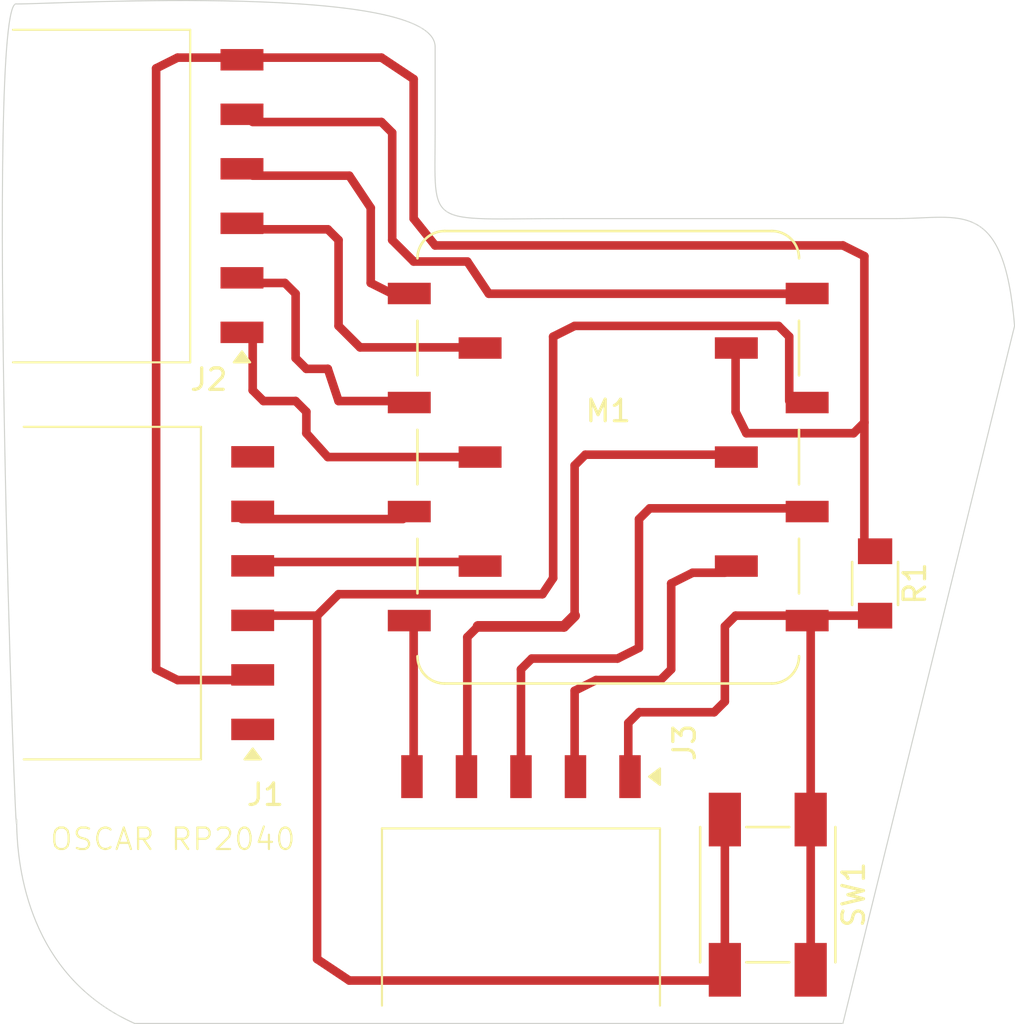
<source format=kicad_pcb>
(kicad_pcb (version 20241229) (generator "pcbnew") (generator_version "9.0")
  (layers (0 "F.Cu" signal) (2 "B.Cu" signal) (13 "F.Paste" user) (15 "B.Paste" user) (5 "F.SilkS" user "F.Silkscreen") (7 "B.SilkS" user "B.Silkscreen") (1 "F.Mask" user) (3 "B.Mask" user) (25 "Edge.Cuts" user))
  (net 0 "")
  (net 1 "PWR_GND")
  (net 2 "Net-(M1-D4)")
  (net 4 "do8")
  (net 5 "+3.3V")
  (net 6 "do9")
  (net 7 "do10")
  (net 8 "do7")
  (net 10 "do6")
  (net 11 "Net-(M1-D5)")
  (net 12 "do2")
  (net 13 "do3")
  (net 14 "do0")
  (net 15 "do1")
  (net 16 "Net-(M1-5V)")
  (footprint "PCM_fab:PinSocket_01x05_P2.54mm_Horizontal_SMD" (layer "F.Cu") (at 137.58 91.5 -90)
    (property "Reference" "J3" (at -0.635 -2.54 90) (layer "F.SilkS") (effects (justify left)))
    (property "Value" "6-11-10-9-7")
    (fp_line (start 2.413 11.557) (end 10.668 11.557) (stroke (width 0.1)) (layer "F.SilkS"))
    (fp_line (start 2.413 -1.397) (end 2.413 11.557) (stroke (width 0.1)) (layer "F.SilkS"))
    (fp_line (start 10.668 -1.397) (end 2.413 -1.397) (stroke (width 0.1)) (layer "F.SilkS"))
    (fp_poly (pts (xy 0 -0.889) (xy -0.381 -1.397) (xy 0.381 -1.397)) (stroke (width 0.1)) (fill yes) (layer "F.SilkS"))
    (pad "1" smd rect (at 0 0 270) (size 2 1) (layers "F.Cu" "F.Mask" "F.Paste") (net 8 "do7"))
    (pad "2" smd rect (at 0 2.54 270) (size 2 1) (layers "F.Cu" "F.Mask" "F.Paste") (net 4 "do8"))
    (pad "3" smd rect (at 0 5.08 270) (size 2 1) (layers "F.Cu" "F.Mask" "F.Paste") (net 6 "do9"))
    (pad "4" smd rect (at 0 7.62 270) (size 2 1) (layers "F.Cu" "F.Mask" "F.Paste") (net 7 "do10"))
    (pad "5" smd rect (at 0 10.16 270) (size 2 1) (layers "F.Cu" "F.Mask" "F.Paste") (net 10 "do6"))
  )
  (footprint "PCM_fab:PinSocket_01x06_P2.54mm_Horizontal_SMD" (layer "F.Cu") (at 119.5 70.8 180)
    (property "Reference" "J2" (at 2.5 -2.2 0) (layer "F.SilkS") (effects (justify left)))
    (property "Value" "Salidas control")
    (fp_line (start 10.668 -1.397) (end 2.413 -1.397) (stroke (width 0.1)) (layer "F.SilkS"))
    (fp_line (start 2.413 14.097) (end 10.668 14.097) (stroke (width 0.1)) (layer "F.SilkS"))
    (fp_line (start 2.413 -1.397) (end 2.413 14.097) (stroke (width 0.1)) (layer "F.SilkS"))
    (fp_poly (pts (xy 0 -0.889) (xy -0.381 -1.397) (xy 0.381 -1.397)) (stroke (width 0.1)) (fill yes) (layer "F.SilkS"))
    (pad "1" smd rect (at 0 0 180) (size 2 1) (layers "F.Cu" "F.Mask" "F.Paste") (net 13 "do3"))
    (pad "2" smd rect (at 0 2.54 180) (size 2 1) (layers "F.Cu" "F.Mask" "F.Paste") (net 12 "do2"))
    (pad "3" smd rect (at 0 5.08 180) (size 2 1) (layers "F.Cu" "F.Mask" "F.Paste") (net 15 "do1"))
    (pad "4" smd rect (at 0 7.62 180) (size 2 1) (layers "F.Cu" "F.Mask" "F.Paste") (net 14 "do0"))
    (pad "5" smd rect (at 0 10.16 180) (size 2 1) (layers "F.Cu" "F.Mask" "F.Paste") (net 16 "Net-(M1-5V)"))
    (pad "6" smd rect (at 0 12.7 180) (size 2 1) (layers "F.Cu" "F.Mask" "F.Paste") (net 1 "PWR_GND"))
  )
  (footprint "PCM_fab:Module_XIAO_Generic_SocketSMD" (layer "F.Cu") (at 136.565 76.61)
    (property "Reference" "M1" (at 0.0025 -2.149 0) (layer "F.SilkS"))
    (property "Value" "Module_XIAO_Generic_SocketSMD")
    (fp_line (start -8.89 -6.35) (end -8.89 -3.81) (stroke (width 0.12)) (layer "F.SilkS"))
    (fp_line (start -8.89 -1.27) (end -8.89 1.27) (stroke (width 0.12)) (layer "F.SilkS"))
    (fp_line (start -8.89 3.81) (end -8.89 6.35) (stroke (width 0.12)) (layer "F.SilkS"))
    (fp_line (start -7.6175 -10.531) (end 7.6225 -10.531) (stroke (width 0.12)) (layer "F.SilkS"))
    (fp_line (start 7.6225 10.551) (end -7.6175 10.551) (stroke (width 0.12)) (layer "F.SilkS"))
    (fp_line (start 8.89 -6.35) (end 8.89 -3.81) (stroke (width 0.12)) (layer "F.SilkS"))
    (fp_line (start 8.89 -1.27) (end 8.89 1.27) (stroke (width 0.12)) (layer "F.SilkS"))
    (fp_line (start 8.89 3.81) (end 8.89 6.35) (stroke (width 0.12)) (layer "F.SilkS"))
    (fp_arc (start -8.8875 -9.261) (mid -8.515526 -10.159026) (end -7.6175 -10.531) (stroke (width 0.12)) (layer "F.SilkS"))
    (fp_arc (start -7.6175 10.551) (mid -8.515526 10.179026) (end -8.8875 9.281) (stroke (width 0.12)) (layer "F.SilkS"))
    (fp_arc (start 7.6225 -10.531) (mid 8.520526 -10.159026) (end 8.8925 -9.261) (stroke (width 0.12)) (layer "F.SilkS"))
    (fp_arc (start 8.8925 9.281) (mid 8.520526 10.179026) (end 7.6225 10.551) (stroke (width 0.12)) (layer "F.SilkS"))
    (pad "1" smd rect (at -9.27 -7.62) (size 2 1) (layers "F.Cu" "F.Mask" "F.Paste") (net 14 "do0"))
    (pad "2" smd rect (at -5.97 -5.08) (size 2 1) (layers "F.Cu" "F.Mask" "F.Paste") (net 15 "do1"))
    (pad "3" smd rect (at -9.27 -2.54) (size 2 1) (layers "F.Cu" "F.Mask" "F.Paste") (net 12 "do2"))
    (pad "4" smd rect (at -5.97 0) (size 2 1) (layers "F.Cu" "F.Mask" "F.Paste") (net 13 "do3"))
    (pad "5" smd rect (at -9.27 2.54) (size 2 1) (layers "F.Cu" "F.Mask" "F.Paste") (net 2 "Net-(M1-D4)"))
    (pad "6" smd rect (at -5.97 5.08) (size 2 1) (layers "F.Cu" "F.Mask" "F.Paste") (net 11 "Net-(M1-D5)"))
    (pad "7" smd rect (at -9.27 7.62) (size 2 1) (layers "F.Cu" "F.Mask" "F.Paste") (net 10 "do6"))
    (pad "8" smd rect (at 9.27 7.62) (size 2 1) (layers "F.Cu" "F.Mask" "F.Paste") (net 8 "do7"))
    (pad "9" smd rect (at 5.97 5.08) (size 2 1) (layers "F.Cu" "F.Mask" "F.Paste") (net 4 "do8"))
    (pad "10" smd rect (at 9.27 2.54) (size 2 1) (layers "F.Cu" "F.Mask" "F.Paste") (net 6 "do9"))
    (pad "11" smd rect (at 5.97 0) (size 2 1) (layers "F.Cu" "F.Mask" "F.Paste") (net 7 "do10"))
    (pad "12" smd rect (at 9.27 -2.54) (size 2 1) (layers "F.Cu" "F.Mask" "F.Paste") (net 5 "+3.3V"))
    (pad "13" smd rect (at 5.97 -5.08) (size 2 1) (layers "F.Cu" "F.Mask" "F.Paste") (net 1 "PWR_GND"))
    (pad "14" smd rect (at 9.27 -7.62) (size 2 1) (layers "F.Cu" "F.Mask" "F.Paste") (net 16 "Net-(M1-5V)"))
  )
  (footprint "PCM_fab:PinSocket_01x06_P2.54mm_Horizontal_SMD" (layer "F.Cu") (at 120 89.3 180)
    (property "Reference" "J1" (at 0.365 -3.04 0) (layer "F.SilkS") (effects (justify left)))
    (property "Value" "I2C" (hide yes))
    (fp_line (start 10.668 -1.397) (end 2.413 -1.397) (stroke (width 0.1)) (layer "F.SilkS"))
    (fp_line (start 2.413 14.097) (end 10.668 14.097) (stroke (width 0.1)) (layer "F.SilkS"))
    (fp_line (start 2.413 -1.397) (end 2.413 14.097) (stroke (width 0.1)) (layer "F.SilkS"))
    (fp_poly (pts (xy 0 -0.889) (xy -0.381 -1.397) (xy 0.381 -1.397)) (stroke (width 0.1)) (fill yes) (layer "F.SilkS"))
    (pad "1" smd rect (at 0 0 180) (size 2 1) (layers "F.Cu" "F.Mask" "F.Paste"))
    (pad "2" smd rect (at 0 2.54 180) (size 2 1) (layers "F.Cu" "F.Mask" "F.Paste") (net 1 "PWR_GND"))
    (pad "3" smd rect (at 0 5.08 180) (size 2 1) (layers "F.Cu" "F.Mask" "F.Paste") (net 5 "+3.3V"))
    (pad "4" smd rect (at 0 7.62 180) (size 2 1) (layers "F.Cu" "F.Mask" "F.Paste") (net 11 "Net-(M1-D5)"))
    (pad "5" smd rect (at 0 10.16 180) (size 2 1) (layers "F.Cu" "F.Mask" "F.Paste") (net 2 "Net-(M1-D4)"))
    (pad "6" smd rect (at 0 12.7 180) (size 2 1) (layers "F.Cu" "F.Mask" "F.Paste"))
  )
  (footprint "PCM_fab:R_1206" (layer "F.Cu") (at 149 82.5 -90)
    (property "Reference" "R1" (at 0 -1.85 90) (layer "F.SilkS"))
    (property "Value" "r480")
    (fp_line (start 1 1.07) (end -1 1.07) (stroke (width 0.12)) (layer "F.SilkS"))
    (fp_line (start -1 -1.07) (end 1 -1.07) (stroke (width 0.12)) (layer "F.SilkS"))
    (pad "1" smd rect (at -1.5 0 270) (size 1.2 1.6) (layers "F.Cu" "F.Mask" "F.Paste") (net 1 "PWR_GND"))
    (pad "2" smd rect (at 1.5 0 270) (size 1.2 1.6) (layers "F.Cu" "F.Mask" "F.Paste") (net 8 "do7"))
  )
  (footprint "PCM_fab:Button_Omron_B3SN_6.0x6.0mm" (layer "F.Cu") (at 144 97 -90)
    (property "Reference" "SW1" (at 0 -4 90) (layer "F.SilkS"))
    (property "Value" "boton")
    (fp_line (start 3.15 3.15) (end -3.15 3.15) (stroke (width 0.12)) (layer "F.SilkS"))
    (fp_line (start -3.15 1) (end -3.15 -1) (stroke (width 0.12)) (layer "F.SilkS"))
    (fp_line (start 3.15 -1) (end 3.15 1) (stroke (width 0.12)) (layer "F.SilkS"))
    (fp_line (start -3.15 -3.15) (end 3.15 -3.15) (stroke (width 0.12)) (layer "F.SilkS"))
    (pad "1" smd rect (at -3.5 -2 270) (size 2.5 1.5) (layers "F.Cu" "F.Mask" "F.Paste") (net 8 "do7"))
    (pad "1" smd rect (at 3.5 -2 270) (size 2.5 1.5) (layers "F.Cu" "F.Mask" "F.Paste") (net 8 "do7"))
    (pad "2" smd rect (at -3.5 2 270) (size 2.5 1.5) (layers "F.Cu" "F.Mask" "F.Paste") (net 5 "+3.3V"))
    (pad "2" smd rect (at 3.5 2 270) (size 2.5 1.5) (layers "F.Cu" "F.Mask" "F.Paste") (net 5 "+3.3V"))
  )
  (gr_line (start 146 93.5) (end 146 84) (stroke (width 0.4)) (layer "F.Cu") (net 8))
  (gr_line (start 138 79.5) (end 138.5 79) (stroke (width 0.4)) (layer "F.Cu") (net 6))
  (gr_line (start 122 69) (end 121.5 68.5) (stroke (width 0.4)) (layer "F.Cu") (net 12))
  (gr_line (start 127.5 59) (end 126 58) (stroke (width 0.4)) (layer "F.Cu") (net 1))
  (gr_line (start 124 70.5) (end 124 66.5) (stroke (width 0.4)) (layer "F.Cu") (net 15))
  (gr_line (start 148.5 75) (end 148.5 67.25) (stroke (width 0.4)) (layer "F.Cu") (net 1))
  (gr_line (start 124.5 101) (end 142 101) (stroke (width 0.4)) (layer "F.Cu") (net 5))
  (gr_line (start 128.5 66.75) (end 127.5 65.5) (stroke (width 0.4)) (layer "F.Cu") (net 1))
  (gr_line (start 130 67.5) (end 127.5 67.5) (stroke (width 0.4)) (layer "F.Cu") (net 16))
  (gr_line (start 123.5 72.5) (end 122.5 72.5) (stroke (width 0.4)) (layer "F.Cu") (net 12))
  (gr_line (start 126 61) (end 126.5 61.5) (stroke (width 0.4)) (layer "F.Cu") (net 16))
  (gr_line (start 142.5 74.5) (end 143 75.5) (stroke (width 0.4)) (layer "F.Cu") (net 1))
  (gr_line (start 145.5 84) (end 142.5 84) (stroke (width 0.4)) (layer "F.Cu") (net 8))
  (gr_line (start 148.5 81) (end 148.5 75) (stroke (width 0.4)) (layer "F.Cu") (net 1))
  (gr_line (start 116.5 87) (end 115.5 86.5) (stroke (width 0.4)) (layer "F.Cu") (net 1))
  (gr_line (start 125.5 68.5) (end 125.5 65) (stroke (width 0.4)) (layer "F.Cu") (net 14))
  (gr_line (start 134 82.25) (end 133.5 83) (stroke (width 0.4)) (layer "F.Cu") (net 5))
  (gr_line (start 123 84) (end 123 100) (stroke (width 0.4)) (layer "F.Cu") (net 5))
  (gr_line (start 135 87.5) (end 135 91) (stroke (width 0.4)) (layer "F.Cu") (net 4))
  (gr_line (start 120.5 74) (end 120 73.5) (stroke (width 0.4)) (layer "F.Cu") (net 13))
  (gr_line (start 139 87) (end 136 87) (stroke (width 0.4)) (layer "F.Cu") (net 4))
  (gr_line (start 146 100.5) (end 146 94) (stroke (width 0.4)) (layer "F.Cu") (net 8))
  (gr_line (start 121.5 68.5) (end 120 68.5) (stroke (width 0.4)) (layer "F.Cu") (net 12))
  (gr_line (start 143 75.5) (end 148 75.5) (stroke (width 0.4)) (layer "F.Cu") (net 1))
  (gr_line (start 139.5 86.5) (end 139 87) (stroke (width 0.4)) (layer "F.Cu") (net 4))
  (gr_line (start 122 72) (end 122.5 72.5) (stroke (width 0.4)) (layer "F.Cu") (net 12))
  (gr_line (start 142 82) (end 140.5 82) (stroke (width 0.4)) (layer "F.Cu") (net 4))
  (gr_line (start 137 86) (end 133 86) (stroke (width 0.4)) (layer "F.Cu") (net 6))
  (gr_line (start 130 85) (end 130 91.5) (stroke (width 0.4)) (layer "F.Cu") (net 7))
  (gr_line (start 144.5 70.5) (end 135 70.5) (stroke (width 0.4)) (layer "F.Cu") (net 5))
  (gr_line (start 148 75.5) (end 148.5 75) (stroke (width 0.4)) (layer "F.Cu") (net 1))
  (gr_line (start 138 88.5) (end 137.5 89) (stroke (width 0.4)) (layer "F.Cu") (net 8))
  (gr_line (start 124 66.5) (end 123.5 66) (stroke (width 0.4)) (layer "F.Cu") (net 15))
  (gr_line (start 120 61) (end 126 61) (stroke (width 0.4)) (layer "F.Cu") (net 16))
  (gr_line (start 120 73.5) (end 120 70.8) (stroke (width 0.4)) (layer "F.Cu") (net 13))
  (gr_line (start 141.5 88.5) (end 138 88.5) (stroke (width 0.4)) (layer "F.Cu") (net 8))
  (gr_line (start 123.5 76.61) (end 122.5 75.5) (stroke (width 0.4)) (layer "F.Cu") (net 13))
  (gr_line (start 125.5 65) (end 124.5 63.5) (stroke (width 0.4)) (layer "F.Cu") (net 14))
  (gr_line (start 119.5 79.5) (end 127 79.5) (stroke (width 0.4)) (layer "F.Cu") (net 2))
  (gr_line (start 124 74) (end 127.5 74) (stroke (width 0.4)) (layer "F.Cu") (net 12))
  (gr_line (start 142.5 84) (end 142 84.5) (stroke (width 0.4)) (layer "F.Cu") (net 8))
  (gr_line (start 142.5 72) (end 142.5 74.5) (stroke (width 0.4)) (layer "F.Cu") (net 1))
  (gr_line (start 135 70.5) (end 134 71) (stroke (width 0.4)) (layer "F.Cu") (net 5))
  (gr_line (start 132.5 86.5) (end 132.5 91) (stroke (width 0.4)) (layer "F.Cu") (net 6))
  (gr_line (start 142 101) (end 142 94) (stroke (width 0.4)) (layer "F.Cu") (net 5))
  (gr_line (start 131 69) (end 130 67.5) (stroke (width 0.4)) (layer "F.Cu") (net 16))
  (gr_line (start 130.5 76.61) (end 123.5 76.61) (stroke (width 0.4)) (layer "F.Cu") (net 13))
  (gr_line (start 122 72) (end 122 69) (stroke (width 0.4)) (layer "F.Cu") (net 12))
  (gr_line (start 126 58) (end 120 58) (stroke (width 0.4)) (layer "F.Cu") (net 1))
  (gr_line (start 123 84) (end 120.5 84) (stroke (width 0.4)) (layer "F.Cu") (net 5))
  (gr_line (start 125.5 68.5) (end 126.5 69) (stroke (width 0.4)) (layer "F.Cu") (net 14))
  (gr_line (start 123 100) (end 124.5 101) (stroke (width 0.4)) (layer "F.Cu") (net 5))
  (gr_line (start 126.5 66.5) (end 126.5 61.5) (stroke (width 0.4)) (layer "F.Cu") (net 16))
  (gr_line (start 132.5 86.5) (end 133 86) (stroke (width 0.4)) (layer "F.Cu") (net 6))
  (gr_line (start 138 79.5) (end 138 85.5) (stroke (width 0.4)) (layer "F.Cu") (net 6))
  (gr_line (start 130 71.5) (end 125 71.5) (stroke (width 0.4)) (layer "F.Cu") (net 15))
  (gr_line (start 130 85) (end 130.5 84.5) (stroke (width 0.4)) (layer "F.Cu") (net 7))
  (gr_line (start 145 69) (end 131 69) (stroke (width 0.4)) (layer "F.Cu") (net 16))
  (gr_line (start 124 83) (end 123 84) (stroke (width 0.4)) (layer "F.Cu") (net 5))
  (gr_line (start 124 74) (end 123.5 72.5) (stroke (width 0.4)) (layer "F.Cu") (net 12))
  (gr_line (start 115.5 58.5) (end 116.5 58) (stroke (width 0.4)) (layer "F.Cu") (net 1))
  (gr_line (start 116.5 58) (end 118.5 58) (stroke (width 0.4)) (layer "F.Cu") (net 1))
  (gr_line (start 125 71.5) (end 124 70.5) (stroke (width 0.4)) (layer "F.Cu") (net 15))
  (gr_line (start 136 87) (end 135 87.5) (stroke (width 0.4)) (layer "F.Cu") (net 4))
  (gr_line (start 133.5 83) (end 124 83) (stroke (width 0.4)) (layer "F.Cu") (net 5))
  (gr_line (start 138 85.5) (end 137 86) (stroke (width 0.4)) (layer "F.Cu") (net 6))
  (gr_line (start 135 84) (end 134.5 84.5) (stroke (width 0.5)) (layer "F.Cu") (net 7))
  (gr_line (start 115.5 86.5) (end 115.5 58.5) (stroke (width 0.4)) (layer "F.Cu") (net 1))
  (gr_line (start 123.5 66) (end 120 66) (stroke (width 0.4)) (layer "F.Cu") (net 15))
  (gr_line (start 135 77) (end 135 84) (stroke (width 0.4)) (layer "F.Cu") (net 7))
  (gr_line (start 142 76.5) (end 135.5 76.5) (stroke (width 0.4)) (layer "F.Cu") (net 7))
  (gr_line (start 144.5 70.5) (end 145 71) (stroke (width 0.4)) (layer "F.Cu") (net 5))
  (gr_line (start 145 71) (end 145 74) (stroke (width 0.4)) (layer "F.Cu") (net 5))
  (gr_line (start 147.5 66.75) (end 128.5 66.75) (stroke (width 0.4)) (layer "F.Cu") (net 1))
  (gr_line (start 135.5 76.5) (end 135 77) (stroke (width 0.4)) (layer "F.Cu") (net 7))
  (gr_line (start 127.5 65.5) (end 127.5 59) (stroke (width 0.4)) (layer "F.Cu") (net 1))
  (gr_line (start 142 84.5) (end 142 88) (stroke (width 0.4)) (layer "F.Cu") (net 8))
  (gr_line (start 134 71) (end 134 82.25) (stroke (width 0.4)) (layer "F.Cu") (net 5))
  (gr_line (start 134.5 84.5) (end 130.5 84.5) (stroke (width 0.5)) (layer "F.Cu") (net 7))
  (gr_line (start 127.5 67.5) (end 126.5 66.5) (stroke (width 0.4)) (layer "F.Cu") (net 16))
  (gr_line (start 119.5 87) (end 116.5 87) (stroke (width 0.4)) (layer "F.Cu") (net 1))
  (gr_line (start 130.5 81.5) (end 120.5 81.5) (stroke (width 0.4)) (layer "F.Cu") (net 11))
  (gr_line (start 127.5 84.5) (end 127.5 91.5) (stroke (width 0.4)) (layer "F.Cu") (net 10))
  (gr_line (start 124.5 63.5) (end 120 63.5) (stroke (width 0.4)) (layer "F.Cu") (net 14))
  (gr_line (start 146.5 84) (end 149 84) (stroke (width 0.4)) (layer "F.Cu") (net 8))
  (gr_line (start 122.5 75.5) (end 122.5 74.5) (stroke (width 0.4)) (layer "F.Cu") (net 13))
  (gr_line (start 140.5 82) (end 139.5 82.5) (stroke (width 0.4)) (layer "F.Cu") (net 4))
  (gr_line (start 137.5 89) (end 137.5 91) (stroke (width 0.4)) (layer "F.Cu") (net 8))
  (gr_line (start 139.5 82.5) (end 139.5 86.5) (stroke (width 0.4)) (layer "F.Cu") (net 4))
  (gr_line (start 142 88) (end 141.5 88.5) (stroke (width 0.4)) (layer "F.Cu") (net 8))
  (gr_line (start 122 74) (end 120.5 74) (stroke (width 0.4)) (layer "F.Cu") (net 13))
  (gr_line (start 122.5 74.5) (end 122 74) (stroke (width 0.4)) (layer "F.Cu") (net 13))
  (gr_line (start 148.5 67.25) (end 147.5 66.75) (stroke (width 0.4)) (layer "F.Cu") (net 1))
  (gr_line (start 145 79) (end 138.5 79) (stroke (width 0.4)) (layer "F.Cu") (net 6))
  (gr_curve (pts (xy 150 65.5) (xy 153 65.5) (xy 155 64.5) (xy 155.5 70.5)) (stroke (width 0.05)) (layer "Edge.Cuts"))
  (gr_curve (pts (xy 109 93.5) (xy 109 97) (xy 107.5 55) (xy 109 55.5)) (stroke (width 0.05)) (layer "Edge.Cuts"))
  (gr_curve (pts (xy 134.5 65.5) (xy 142 65.5) (xy 139 65.5) (xy 150 65.5)) (stroke (width 0.05)) (layer "Edge.Cuts"))
  (gr_curve (pts (xy 128.5 61.5) (xy 128.5 66) (xy 128 65.5) (xy 134.5 65.5)) (stroke (width 0.05)) (layer "Edge.Cuts"))
  (gr_curve (pts (xy 109 55.5) (xy 111 55.5) (xy 128.5 54.5) (xy 128.5 57.5)) (stroke (width 0.05)) (layer "Edge.Cuts"))
  (gr_line (start 147.5 103) (end 155.5 70.5) (stroke (width 0.05)) (layer "Edge.Cuts"))
  (gr_curve (pts (xy 114.5 103) (xy 110 101) (xy 109 96.5) (xy 109 93.5)) (stroke (width 0.05)) (layer "Edge.Cuts"))
  (gr_line (start 114.5 103) (end 147.5 103) (stroke (width 0.05)) (layer "Edge.Cuts"))
  (gr_curve (pts (xy 128.5 57.5) (xy 128.5 59.5) (xy 128.5 57.5) (xy 128.5 61.5)) (stroke (width 0.05)) (layer "Edge.Cuts"))
  (gr_text "OSCAR RP2040" (at 110.5 95 0) (layer "F.SilkS") (effects (font (size 1 1) (thickness 0.1)) (justify left bottom)))
)
</source>
